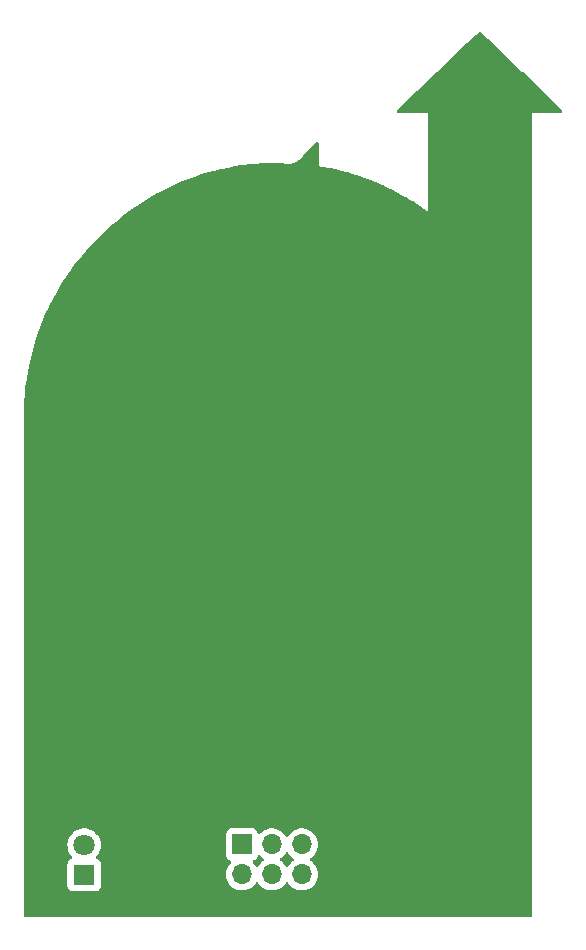
<source format=gbr>
G04 #@! TF.GenerationSoftware,KiCad,Pcbnew,(6.99.0-2452-gdb4f2d9dd8)*
G04 #@! TF.CreationDate,2022-08-02T18:55:21-05:00*
G04 #@! TF.ProjectId,AIAA,41494141-2e6b-4696-9361-645f70636258,rev?*
G04 #@! TF.SameCoordinates,Original*
G04 #@! TF.FileFunction,Copper,L1,Top*
G04 #@! TF.FilePolarity,Positive*
%FSLAX46Y46*%
G04 Gerber Fmt 4.6, Leading zero omitted, Abs format (unit mm)*
G04 Created by KiCad (PCBNEW (6.99.0-2452-gdb4f2d9dd8)) date 2022-08-02 18:55:21*
%MOMM*%
%LPD*%
G01*
G04 APERTURE LIST*
G04 #@! TA.AperFunction,ComponentPad*
%ADD10R,1.800000X1.800000*%
G04 #@! TD*
G04 #@! TA.AperFunction,ComponentPad*
%ADD11C,1.800000*%
G04 #@! TD*
G04 #@! TA.AperFunction,ComponentPad*
%ADD12R,1.700000X1.700000*%
G04 #@! TD*
G04 #@! TA.AperFunction,ComponentPad*
%ADD13O,1.700000X1.700000*%
G04 #@! TD*
G04 APERTURE END LIST*
D10*
X67399999Y-166499999D03*
D11*
X67400000Y-163960000D03*
D12*
X80759999Y-163929999D03*
D13*
X80759999Y-166469999D03*
X83299999Y-163929999D03*
X83299999Y-166469999D03*
X85839999Y-163929999D03*
X85839999Y-166469999D03*
G04 #@! TA.AperFunction,NonConductor*
G36*
X82283439Y-164841388D02*
G01*
X82315755Y-164866638D01*
X82336526Y-164889201D01*
X82376760Y-164932906D01*
X82380879Y-164936112D01*
X82533364Y-165054797D01*
X82554424Y-165071189D01*
X82573354Y-165081433D01*
X82587680Y-165089186D01*
X82638071Y-165139199D01*
X82653423Y-165208516D01*
X82628863Y-165275129D01*
X82587681Y-165310813D01*
X82554424Y-165328811D01*
X82550313Y-165332010D01*
X82550311Y-165332012D01*
X82395861Y-165452227D01*
X82376760Y-165467094D01*
X82373228Y-165470931D01*
X82227806Y-165628899D01*
X82227803Y-165628903D01*
X82224278Y-165632732D01*
X82221427Y-165637096D01*
X82135483Y-165768643D01*
X82081479Y-165814732D01*
X82011132Y-165824307D01*
X81946774Y-165794330D01*
X81924517Y-165768643D01*
X81838573Y-165637096D01*
X81835722Y-165632732D01*
X81832197Y-165628903D01*
X81832194Y-165628899D01*
X81692525Y-165477180D01*
X81661104Y-165413515D01*
X81669091Y-165342969D01*
X81713949Y-165287940D01*
X81741191Y-165273787D01*
X81856204Y-165230889D01*
X81868536Y-165221658D01*
X81966050Y-165148659D01*
X81973261Y-165143261D01*
X82029610Y-165067988D01*
X82055489Y-165033418D01*
X82055490Y-165033416D01*
X82060889Y-165026204D01*
X82104998Y-164907944D01*
X82147545Y-164851108D01*
X82214065Y-164826297D01*
X82283439Y-164841388D01*
G37*
G04 #@! TD.AperFunction*
G04 #@! TA.AperFunction,NonConductor*
G36*
X84653226Y-164605670D02*
G01*
X84675483Y-164631357D01*
X84764278Y-164767268D01*
X84767803Y-164771097D01*
X84767806Y-164771101D01*
X84832511Y-164841388D01*
X84916760Y-164932906D01*
X84920879Y-164936112D01*
X85073364Y-165054797D01*
X85094424Y-165071189D01*
X85113354Y-165081433D01*
X85127680Y-165089186D01*
X85178071Y-165139199D01*
X85193423Y-165208516D01*
X85168863Y-165275129D01*
X85127681Y-165310813D01*
X85094424Y-165328811D01*
X85090313Y-165332010D01*
X85090311Y-165332012D01*
X84935861Y-165452227D01*
X84916760Y-165467094D01*
X84913228Y-165470931D01*
X84767806Y-165628899D01*
X84767803Y-165628903D01*
X84764278Y-165632732D01*
X84761427Y-165637096D01*
X84675483Y-165768643D01*
X84621479Y-165814732D01*
X84551132Y-165824307D01*
X84486774Y-165794330D01*
X84464517Y-165768643D01*
X84378573Y-165637096D01*
X84375722Y-165632732D01*
X84372197Y-165628903D01*
X84372194Y-165628899D01*
X84226772Y-165470931D01*
X84223240Y-165467094D01*
X84204139Y-165452227D01*
X84049689Y-165332012D01*
X84049687Y-165332010D01*
X84045576Y-165328811D01*
X84012320Y-165310814D01*
X83961929Y-165260801D01*
X83946577Y-165191484D01*
X83971137Y-165124871D01*
X84012320Y-165089186D01*
X84026647Y-165081433D01*
X84045576Y-165071189D01*
X84066637Y-165054797D01*
X84219121Y-164936112D01*
X84223240Y-164932906D01*
X84307489Y-164841388D01*
X84372194Y-164771101D01*
X84372197Y-164771097D01*
X84375722Y-164767268D01*
X84464517Y-164631357D01*
X84518521Y-164585268D01*
X84588868Y-164575693D01*
X84653226Y-164605670D01*
G37*
G04 #@! TD.AperFunction*
G04 #@! TA.AperFunction,NonConductor*
G36*
X100948606Y-95152341D02*
G01*
X100983984Y-95175369D01*
X101197199Y-95372148D01*
X101198209Y-95373092D01*
X101980452Y-96113065D01*
X101981014Y-96113597D01*
X101981548Y-96114105D01*
X103127322Y-97210746D01*
X103127638Y-97211049D01*
X104517366Y-98550465D01*
X104516914Y-98550934D01*
X104517072Y-98551053D01*
X104517508Y-98550602D01*
X104536310Y-98568778D01*
X107866354Y-101787914D01*
X107901429Y-101849641D01*
X107897564Y-101920532D01*
X107855986Y-101978080D01*
X107789895Y-102004014D01*
X107780693Y-102004490D01*
X106693888Y-102020990D01*
X106693885Y-102020790D01*
X106693753Y-102020820D01*
X106693756Y-102020992D01*
X105301007Y-102042138D01*
X105300911Y-102042098D01*
X105300812Y-102042139D01*
X105300807Y-102042141D01*
X105300804Y-102042141D01*
X105300728Y-102042174D01*
X105300528Y-102042256D01*
X105300526Y-102042260D01*
X105300522Y-102042262D01*
X105300443Y-102042461D01*
X105300370Y-102042639D01*
X105300372Y-102042643D01*
X105300370Y-102042647D01*
X105300411Y-102042742D01*
X105292579Y-115473531D01*
X105292538Y-115473631D01*
X105292579Y-115473730D01*
X105292343Y-130935034D01*
X105292302Y-130935133D01*
X105292343Y-130935232D01*
X105292343Y-169973493D01*
X105272341Y-170041614D01*
X105218685Y-170088107D01*
X105166343Y-170099493D01*
X62439843Y-170099493D01*
X62371722Y-170079491D01*
X62325229Y-170025835D01*
X62313843Y-169973493D01*
X62313843Y-163960000D01*
X65986673Y-163960000D01*
X65987103Y-163965189D01*
X66002779Y-164154368D01*
X66005949Y-164192626D01*
X66007230Y-164197684D01*
X66007230Y-164197685D01*
X66052739Y-164377394D01*
X66063251Y-164418907D01*
X66157016Y-164632669D01*
X66159866Y-164637031D01*
X66159868Y-164637035D01*
X66244954Y-164767268D01*
X66284686Y-164828083D01*
X66288211Y-164831912D01*
X66288214Y-164831916D01*
X66328349Y-164875513D01*
X66369843Y-164920587D01*
X66401263Y-164984251D01*
X66393276Y-165054797D01*
X66348418Y-165109826D01*
X66321174Y-165123979D01*
X66262242Y-165145960D01*
X66262238Y-165145962D01*
X66253796Y-165149111D01*
X66136739Y-165236739D01*
X66131341Y-165243950D01*
X66067815Y-165328811D01*
X66049111Y-165353796D01*
X65998011Y-165490799D01*
X65991500Y-165551362D01*
X65991500Y-167448638D01*
X65998011Y-167509201D01*
X66049111Y-167646204D01*
X66136739Y-167763261D01*
X66253796Y-167850889D01*
X66390799Y-167901989D01*
X66427705Y-167905957D01*
X66448012Y-167908140D01*
X66448015Y-167908140D01*
X66451362Y-167908500D01*
X68348638Y-167908500D01*
X68351985Y-167908140D01*
X68351988Y-167908140D01*
X68372295Y-167905957D01*
X68409201Y-167901989D01*
X68546204Y-167850889D01*
X68663261Y-167763261D01*
X68750889Y-167646204D01*
X68801989Y-167509201D01*
X68808500Y-167448638D01*
X68808500Y-166470000D01*
X79396844Y-166470000D01*
X79415436Y-166694368D01*
X79470704Y-166912616D01*
X79561140Y-167118791D01*
X79563990Y-167123153D01*
X79563992Y-167123157D01*
X79578701Y-167145670D01*
X79684278Y-167307268D01*
X79687803Y-167311097D01*
X79687806Y-167311101D01*
X79789360Y-167421417D01*
X79836760Y-167472906D01*
X80014424Y-167611189D01*
X80212426Y-167718342D01*
X80425365Y-167791444D01*
X80430499Y-167792301D01*
X80430504Y-167792302D01*
X80642294Y-167827643D01*
X80642296Y-167827643D01*
X80647431Y-167828500D01*
X80872569Y-167828500D01*
X80877704Y-167827643D01*
X80877706Y-167827643D01*
X81089496Y-167792302D01*
X81089501Y-167792301D01*
X81094635Y-167791444D01*
X81307574Y-167718342D01*
X81505576Y-167611189D01*
X81683240Y-167472906D01*
X81730640Y-167421417D01*
X81832194Y-167311101D01*
X81832197Y-167311097D01*
X81835722Y-167307268D01*
X81924517Y-167171357D01*
X81978521Y-167125268D01*
X82048868Y-167115693D01*
X82113226Y-167145670D01*
X82135483Y-167171357D01*
X82224278Y-167307268D01*
X82227803Y-167311097D01*
X82227806Y-167311101D01*
X82329360Y-167421417D01*
X82376760Y-167472906D01*
X82554424Y-167611189D01*
X82752426Y-167718342D01*
X82965365Y-167791444D01*
X82970499Y-167792301D01*
X82970504Y-167792302D01*
X83182294Y-167827643D01*
X83182296Y-167827643D01*
X83187431Y-167828500D01*
X83412569Y-167828500D01*
X83417704Y-167827643D01*
X83417706Y-167827643D01*
X83629496Y-167792302D01*
X83629501Y-167792301D01*
X83634635Y-167791444D01*
X83847574Y-167718342D01*
X84045576Y-167611189D01*
X84223240Y-167472906D01*
X84270640Y-167421417D01*
X84372194Y-167311101D01*
X84372197Y-167311097D01*
X84375722Y-167307268D01*
X84464517Y-167171357D01*
X84518521Y-167125268D01*
X84588868Y-167115693D01*
X84653226Y-167145670D01*
X84675483Y-167171357D01*
X84764278Y-167307268D01*
X84767803Y-167311097D01*
X84767806Y-167311101D01*
X84869360Y-167421417D01*
X84916760Y-167472906D01*
X85094424Y-167611189D01*
X85292426Y-167718342D01*
X85505365Y-167791444D01*
X85510499Y-167792301D01*
X85510504Y-167792302D01*
X85722294Y-167827643D01*
X85722296Y-167827643D01*
X85727431Y-167828500D01*
X85952569Y-167828500D01*
X85957704Y-167827643D01*
X85957706Y-167827643D01*
X86169496Y-167792302D01*
X86169501Y-167792301D01*
X86174635Y-167791444D01*
X86387574Y-167718342D01*
X86585576Y-167611189D01*
X86763240Y-167472906D01*
X86810640Y-167421417D01*
X86912194Y-167311101D01*
X86912197Y-167311097D01*
X86915722Y-167307268D01*
X87021299Y-167145670D01*
X87036008Y-167123157D01*
X87036010Y-167123153D01*
X87038860Y-167118791D01*
X87129296Y-166912616D01*
X87184564Y-166694368D01*
X87203156Y-166470000D01*
X87184564Y-166245632D01*
X87129296Y-166027384D01*
X87038860Y-165821209D01*
X87034629Y-165814732D01*
X86918573Y-165637096D01*
X86915722Y-165632732D01*
X86912197Y-165628903D01*
X86912194Y-165628899D01*
X86766772Y-165470931D01*
X86763240Y-165467094D01*
X86744139Y-165452227D01*
X86589689Y-165332012D01*
X86589687Y-165332010D01*
X86585576Y-165328811D01*
X86552320Y-165310814D01*
X86501929Y-165260801D01*
X86486577Y-165191484D01*
X86511137Y-165124871D01*
X86552320Y-165089186D01*
X86566647Y-165081433D01*
X86585576Y-165071189D01*
X86606637Y-165054797D01*
X86759121Y-164936112D01*
X86763240Y-164932906D01*
X86847489Y-164841388D01*
X86912194Y-164771101D01*
X86912197Y-164771097D01*
X86915722Y-164767268D01*
X86946552Y-164720079D01*
X87036008Y-164583157D01*
X87036010Y-164583153D01*
X87038860Y-164578791D01*
X87129296Y-164372616D01*
X87184564Y-164154368D01*
X87203156Y-163930000D01*
X87201976Y-163915763D01*
X87184995Y-163710828D01*
X87184994Y-163710823D01*
X87184564Y-163705632D01*
X87129296Y-163487384D01*
X87098509Y-163417196D01*
X87040954Y-163285982D01*
X87040952Y-163285978D01*
X87038860Y-163281209D01*
X87034629Y-163274732D01*
X86918573Y-163097096D01*
X86915722Y-163092732D01*
X86912197Y-163088903D01*
X86912194Y-163088899D01*
X86766772Y-162930931D01*
X86763240Y-162927094D01*
X86585576Y-162788811D01*
X86387574Y-162681658D01*
X86174635Y-162608556D01*
X86169501Y-162607699D01*
X86169496Y-162607698D01*
X85957706Y-162572357D01*
X85957704Y-162572357D01*
X85952569Y-162571500D01*
X85727431Y-162571500D01*
X85722296Y-162572357D01*
X85722294Y-162572357D01*
X85510504Y-162607698D01*
X85510499Y-162607699D01*
X85505365Y-162608556D01*
X85292426Y-162681658D01*
X85094424Y-162788811D01*
X84916760Y-162927094D01*
X84913228Y-162930931D01*
X84767806Y-163088899D01*
X84767803Y-163088903D01*
X84764278Y-163092732D01*
X84761427Y-163097096D01*
X84675483Y-163228643D01*
X84621479Y-163274732D01*
X84551132Y-163284307D01*
X84486774Y-163254330D01*
X84464517Y-163228643D01*
X84378573Y-163097096D01*
X84375722Y-163092732D01*
X84372197Y-163088903D01*
X84372194Y-163088899D01*
X84226772Y-162930931D01*
X84223240Y-162927094D01*
X84045576Y-162788811D01*
X83847574Y-162681658D01*
X83634635Y-162608556D01*
X83629501Y-162607699D01*
X83629496Y-162607698D01*
X83417706Y-162572357D01*
X83417704Y-162572357D01*
X83412569Y-162571500D01*
X83187431Y-162571500D01*
X83182296Y-162572357D01*
X83182294Y-162572357D01*
X82970504Y-162607698D01*
X82970499Y-162607699D01*
X82965365Y-162608556D01*
X82752426Y-162681658D01*
X82554424Y-162788811D01*
X82376760Y-162927094D01*
X82373228Y-162930931D01*
X82315755Y-162993362D01*
X82254901Y-163029933D01*
X82183937Y-163027798D01*
X82125392Y-162987636D01*
X82104998Y-162952056D01*
X82064038Y-162842239D01*
X82064037Y-162842237D01*
X82060889Y-162833796D01*
X81973261Y-162716739D01*
X81908413Y-162668194D01*
X81863418Y-162634511D01*
X81863416Y-162634510D01*
X81856204Y-162629111D01*
X81719201Y-162578011D01*
X81682295Y-162574043D01*
X81661988Y-162571860D01*
X81661985Y-162571860D01*
X81658638Y-162571500D01*
X79861362Y-162571500D01*
X79858015Y-162571860D01*
X79858012Y-162571860D01*
X79837705Y-162574043D01*
X79800799Y-162578011D01*
X79663796Y-162629111D01*
X79656584Y-162634510D01*
X79656582Y-162634511D01*
X79611587Y-162668194D01*
X79546739Y-162716739D01*
X79459111Y-162833796D01*
X79408011Y-162970799D01*
X79401500Y-163031362D01*
X79401500Y-164828638D01*
X79408011Y-164889201D01*
X79459111Y-165026204D01*
X79464510Y-165033416D01*
X79464511Y-165033418D01*
X79490390Y-165067988D01*
X79546739Y-165143261D01*
X79553950Y-165148659D01*
X79651465Y-165221658D01*
X79663796Y-165230889D01*
X79778808Y-165273787D01*
X79835642Y-165316333D01*
X79860453Y-165382853D01*
X79845361Y-165452227D01*
X79827475Y-165477180D01*
X79687806Y-165628899D01*
X79687803Y-165628903D01*
X79684278Y-165632732D01*
X79681427Y-165637096D01*
X79565372Y-165814732D01*
X79561140Y-165821209D01*
X79470704Y-166027384D01*
X79415436Y-166245632D01*
X79396844Y-166470000D01*
X68808500Y-166470000D01*
X68808500Y-165551362D01*
X68801989Y-165490799D01*
X68750889Y-165353796D01*
X68732186Y-165328811D01*
X68668659Y-165243950D01*
X68663261Y-165236739D01*
X68546204Y-165149111D01*
X68537762Y-165145962D01*
X68537758Y-165145960D01*
X68478826Y-165123979D01*
X68421991Y-165081433D01*
X68397180Y-165014912D01*
X68412272Y-164945538D01*
X68430156Y-164920589D01*
X68471651Y-164875513D01*
X68511786Y-164831916D01*
X68511789Y-164831912D01*
X68515314Y-164828083D01*
X68555046Y-164767268D01*
X68640132Y-164637035D01*
X68640134Y-164637031D01*
X68642984Y-164632669D01*
X68736749Y-164418907D01*
X68747262Y-164377394D01*
X68792770Y-164197685D01*
X68792770Y-164197684D01*
X68794051Y-164192626D01*
X68797222Y-164154368D01*
X68812897Y-163965189D01*
X68813327Y-163960000D01*
X68794051Y-163727374D01*
X68736749Y-163501093D01*
X68711440Y-163443393D01*
X68645079Y-163292107D01*
X68642984Y-163287331D01*
X68638985Y-163281209D01*
X68546824Y-163140147D01*
X68515314Y-163091917D01*
X68511789Y-163088088D01*
X68511786Y-163088084D01*
X68360752Y-162924019D01*
X68357220Y-162920182D01*
X68353108Y-162916981D01*
X68353102Y-162916976D01*
X68177130Y-162780011D01*
X68177128Y-162780009D01*
X68173017Y-162776810D01*
X68062015Y-162716739D01*
X67972312Y-162668194D01*
X67972309Y-162668193D01*
X67967727Y-162665713D01*
X67746951Y-162589920D01*
X67741817Y-162589063D01*
X67741812Y-162589062D01*
X67521849Y-162552357D01*
X67521846Y-162552357D01*
X67516712Y-162551500D01*
X67283288Y-162551500D01*
X67278154Y-162552357D01*
X67278151Y-162552357D01*
X67058188Y-162589062D01*
X67058183Y-162589063D01*
X67053049Y-162589920D01*
X66832273Y-162665713D01*
X66827691Y-162668193D01*
X66827688Y-162668194D01*
X66737985Y-162716739D01*
X66626983Y-162776810D01*
X66622872Y-162780009D01*
X66622870Y-162780011D01*
X66446898Y-162916976D01*
X66446892Y-162916981D01*
X66442780Y-162920182D01*
X66439248Y-162924019D01*
X66288214Y-163088084D01*
X66288211Y-163088088D01*
X66284686Y-163091917D01*
X66253176Y-163140147D01*
X66161016Y-163281209D01*
X66157016Y-163287331D01*
X66154921Y-163292107D01*
X66088561Y-163443393D01*
X66063251Y-163501093D01*
X66005949Y-163727374D01*
X65986673Y-163960000D01*
X62313843Y-163960000D01*
X62313843Y-129243827D01*
X62313682Y-127852868D01*
X62313689Y-127851502D01*
X62325440Y-126755839D01*
X62325478Y-126753823D01*
X62337742Y-126294978D01*
X62337881Y-126291540D01*
X62355600Y-125963944D01*
X62356051Y-125958115D01*
X62428729Y-125236961D01*
X62429205Y-125232896D01*
X62524683Y-124518821D01*
X62525301Y-124514719D01*
X62643464Y-123808762D01*
X62644225Y-123804636D01*
X62785117Y-123106530D01*
X62786025Y-123102394D01*
X62949616Y-122412297D01*
X62950670Y-122408164D01*
X63136971Y-121726017D01*
X63138169Y-121721904D01*
X63347210Y-121047588D01*
X63348551Y-121043509D01*
X63580335Y-120377028D01*
X63581815Y-120372998D01*
X63836323Y-119714405D01*
X63837934Y-119710437D01*
X64115223Y-119059585D01*
X64116959Y-119055694D01*
X64417003Y-118412643D01*
X64418855Y-118408841D01*
X64448408Y-118350682D01*
X64741716Y-117773468D01*
X64743632Y-117769848D01*
X65089317Y-117142151D01*
X65091367Y-117138570D01*
X65459818Y-116518652D01*
X65461933Y-116515221D01*
X65853256Y-115902905D01*
X65855470Y-115899560D01*
X66269779Y-115294694D01*
X66270706Y-115293380D01*
X66270723Y-115293373D01*
X66270740Y-115293332D01*
X66271783Y-115291853D01*
X66567339Y-114885112D01*
X66569148Y-114882685D01*
X66875035Y-114482317D01*
X66876886Y-114479952D01*
X67192846Y-114086219D01*
X67194739Y-114083917D01*
X67520430Y-113697169D01*
X67522366Y-113694924D01*
X67857551Y-113315392D01*
X67859498Y-113313238D01*
X68203961Y-112941126D01*
X68205918Y-112939061D01*
X68559293Y-112574732D01*
X68561310Y-112572702D01*
X68923355Y-112216386D01*
X68925452Y-112214369D01*
X69295945Y-111866281D01*
X69298096Y-111864307D01*
X69676720Y-111524750D01*
X69678917Y-111522825D01*
X70065406Y-111192051D01*
X70067649Y-111190176D01*
X70461860Y-110868336D01*
X70464094Y-110866555D01*
X70865666Y-110553987D01*
X70867990Y-110552222D01*
X71182143Y-110319265D01*
X71276593Y-110249226D01*
X71278982Y-110247497D01*
X71694434Y-109954261D01*
X71696880Y-109952577D01*
X72118826Y-109669417D01*
X72120231Y-109668500D01*
X72120279Y-109668480D01*
X72120285Y-109668464D01*
X72121513Y-109667663D01*
X72609645Y-109357817D01*
X72612572Y-109356015D01*
X73107966Y-109060200D01*
X73110940Y-109058479D01*
X73613413Y-108776734D01*
X73616433Y-108775094D01*
X73616515Y-108775051D01*
X74125753Y-108507498D01*
X74128803Y-108505948D01*
X74644627Y-108252639D01*
X74647719Y-108251173D01*
X74648233Y-108250938D01*
X75169782Y-108012248D01*
X75172926Y-108010861D01*
X75700933Y-107786433D01*
X75704116Y-107785131D01*
X76229882Y-107578412D01*
X76237824Y-107575290D01*
X76241032Y-107574079D01*
X76241903Y-107573764D01*
X76397141Y-107517572D01*
X76780052Y-107378970D01*
X76783306Y-107377842D01*
X77119689Y-107266381D01*
X77327544Y-107197508D01*
X77330773Y-107196487D01*
X77652295Y-107099623D01*
X77879738Y-107031102D01*
X77883054Y-107030152D01*
X78436562Y-106879794D01*
X78439904Y-106878935D01*
X78997629Y-106743719D01*
X79000998Y-106742951D01*
X79562661Y-106622984D01*
X79566053Y-106622308D01*
X80131468Y-106517678D01*
X80134881Y-106517095D01*
X80703592Y-106427942D01*
X80707067Y-106427447D01*
X80982334Y-106392119D01*
X80984907Y-106391816D01*
X81281876Y-106359895D01*
X81284233Y-106359664D01*
X81872222Y-106307619D01*
X81874470Y-106307440D01*
X82517798Y-106262086D01*
X82517882Y-106262080D01*
X82517959Y-106262080D01*
X82517974Y-106262074D01*
X82517995Y-106262072D01*
X82666860Y-106251240D01*
X82669484Y-106251077D01*
X82842193Y-106242128D01*
X82844662Y-106242024D01*
X82964077Y-106238183D01*
X83073254Y-106234672D01*
X83076036Y-106234613D01*
X83352219Y-106231902D01*
X83354486Y-106231901D01*
X83416309Y-106232440D01*
X83507058Y-106233232D01*
X83508785Y-106233259D01*
X83670344Y-106236883D01*
X83672202Y-106236938D01*
X83822695Y-106242536D01*
X83841413Y-106243232D01*
X83843399Y-106243322D01*
X83863619Y-106244396D01*
X84019279Y-106252665D01*
X84021372Y-106252794D01*
X84202771Y-106265553D01*
X84204941Y-106265726D01*
X84380794Y-106281382D01*
X84391914Y-106282372D01*
X84391806Y-106283588D01*
X84391920Y-106283628D01*
X84392030Y-106282382D01*
X84392109Y-106282389D01*
X84391997Y-106283654D01*
X84392005Y-106283657D01*
X84392111Y-106282388D01*
X84438595Y-106286260D01*
X84501753Y-106291521D01*
X84501885Y-106291532D01*
X84501893Y-106291536D01*
X84501979Y-106291540D01*
X84502073Y-106291548D01*
X84501927Y-106293266D01*
X84501998Y-106293271D01*
X84502082Y-106291545D01*
X84605372Y-106296562D01*
X84605312Y-106297793D01*
X84605368Y-106297795D01*
X84605382Y-106296566D01*
X84605473Y-106296567D01*
X84605560Y-106296571D01*
X84605503Y-106297800D01*
X84605559Y-106297802D01*
X84605570Y-106296568D01*
X84702769Y-106297400D01*
X84702890Y-106297401D01*
X84702900Y-106297405D01*
X84702977Y-106297402D01*
X84703075Y-106297403D01*
X84703060Y-106298882D01*
X84703142Y-106298881D01*
X84703087Y-106297398D01*
X84794954Y-106293994D01*
X84794993Y-106295052D01*
X84795060Y-106295048D01*
X84794967Y-106293998D01*
X84795057Y-106293990D01*
X84795139Y-106293987D01*
X84795178Y-106295042D01*
X84795245Y-106295038D01*
X84795151Y-106293982D01*
X84882089Y-106286282D01*
X84882169Y-106287188D01*
X84882418Y-106287163D01*
X84882286Y-106286260D01*
X84964813Y-106274213D01*
X84965010Y-106275562D01*
X84965101Y-106275545D01*
X84964828Y-106274216D01*
X84964906Y-106274200D01*
X84964993Y-106274187D01*
X84965193Y-106275528D01*
X84965286Y-106275511D01*
X84965007Y-106274178D01*
X85043643Y-106257727D01*
X85043813Y-106258541D01*
X85044056Y-106258481D01*
X85043834Y-106257680D01*
X85119096Y-106236770D01*
X85119275Y-106237415D01*
X85119506Y-106237344D01*
X85119284Y-106236712D01*
X85191696Y-106211284D01*
X85192046Y-106212280D01*
X85192127Y-106212249D01*
X85191715Y-106211284D01*
X85191797Y-106211249D01*
X85191868Y-106211224D01*
X85192216Y-106212214D01*
X85192295Y-106212183D01*
X85191880Y-106211213D01*
X85261959Y-106181214D01*
X85262352Y-106182133D01*
X85262425Y-106182100D01*
X85261976Y-106181213D01*
X85262049Y-106181176D01*
X85262126Y-106181143D01*
X85262518Y-106182057D01*
X85262591Y-106182024D01*
X85262138Y-106181131D01*
X85330401Y-106146505D01*
X85330926Y-106147540D01*
X85331001Y-106147499D01*
X85330417Y-106146503D01*
X85330492Y-106146459D01*
X85330563Y-106146423D01*
X85331085Y-106147453D01*
X85331161Y-106147412D01*
X85330573Y-106146411D01*
X85397541Y-106107103D01*
X85398119Y-106108087D01*
X85398184Y-106108047D01*
X85397557Y-106107100D01*
X85397634Y-106107049D01*
X85397700Y-106107010D01*
X85398278Y-106107989D01*
X85398341Y-106107951D01*
X85397708Y-106107000D01*
X85463902Y-106062950D01*
X85464687Y-106064129D01*
X85464753Y-106064082D01*
X85463914Y-106062947D01*
X85463983Y-106062896D01*
X85464055Y-106062848D01*
X85464838Y-106064022D01*
X85464904Y-106063974D01*
X85464062Y-106062837D01*
X85529998Y-106013993D01*
X85530689Y-106014925D01*
X85530887Y-106014777D01*
X85530154Y-106013873D01*
X85596354Y-105960174D01*
X85597270Y-105961303D01*
X85597313Y-105961266D01*
X85596362Y-105960171D01*
X85596423Y-105960118D01*
X85596499Y-105960056D01*
X85597415Y-105961179D01*
X85597460Y-105961140D01*
X85596504Y-105960047D01*
X85663484Y-105901438D01*
X85664300Y-105902371D01*
X85664487Y-105902202D01*
X85663630Y-105901305D01*
X85802147Y-105769000D01*
X85803151Y-105770051D01*
X85803198Y-105770005D01*
X85802156Y-105768996D01*
X85802217Y-105768933D01*
X85802283Y-105768870D01*
X85803284Y-105769919D01*
X85803331Y-105769872D01*
X85802287Y-105768861D01*
X85950156Y-105616227D01*
X85951145Y-105617185D01*
X85951308Y-105617022D01*
X85950293Y-105616084D01*
X86290680Y-105248051D01*
X86290846Y-105247872D01*
X86491428Y-105031838D01*
X86492470Y-105030729D01*
X86718108Y-104793522D01*
X86719607Y-104791973D01*
X86752705Y-104758349D01*
X86975020Y-104532500D01*
X86976817Y-104530711D01*
X87055391Y-104454074D01*
X87118123Y-104420829D01*
X87188870Y-104426777D01*
X87245171Y-104470030D01*
X87269362Y-104543017D01*
X87274235Y-105031838D01*
X87277684Y-105377854D01*
X87273251Y-105377898D01*
X87273240Y-105378117D01*
X87277687Y-105378057D01*
X87288553Y-106177094D01*
X87284010Y-106177156D01*
X87284008Y-106177202D01*
X87288555Y-106177098D01*
X87293475Y-106392119D01*
X87294118Y-106420239D01*
X87294087Y-106420353D01*
X87294120Y-106420352D01*
X87294122Y-106420443D01*
X87294063Y-106420444D01*
X87294060Y-106420454D01*
X87294125Y-106420451D01*
X87298844Y-106509906D01*
X87298816Y-106509953D01*
X87298826Y-106509992D01*
X87298810Y-106510031D01*
X87298856Y-106510143D01*
X87298857Y-106510157D01*
X87298879Y-106510203D01*
X87298917Y-106510355D01*
X87298952Y-106510376D01*
X87298968Y-106510414D01*
X87298982Y-106510420D01*
X87298989Y-106510434D01*
X87299139Y-106510487D01*
X87299181Y-106510512D01*
X87299219Y-106510518D01*
X87299252Y-106510531D01*
X87299264Y-106510531D01*
X87299380Y-106510572D01*
X87299430Y-106510548D01*
X87310516Y-106512157D01*
X87368184Y-106520526D01*
X87452431Y-106532753D01*
X87455444Y-106533228D01*
X87663332Y-106568599D01*
X87665483Y-106568986D01*
X88188483Y-106667783D01*
X88190502Y-106668181D01*
X88336796Y-106698330D01*
X88747502Y-106782972D01*
X88749236Y-106783343D01*
X88936035Y-106824588D01*
X88996400Y-106837917D01*
X88999810Y-106838670D01*
X89001574Y-106839072D01*
X89212637Y-106888865D01*
X89215541Y-106889587D01*
X89645253Y-107001800D01*
X89648349Y-107002651D01*
X89746953Y-107031102D01*
X90079820Y-107127147D01*
X90081556Y-107127648D01*
X90084500Y-107128536D01*
X90520478Y-107265943D01*
X90523295Y-107266868D01*
X90797680Y-107360498D01*
X90960859Y-107416181D01*
X90963532Y-107417127D01*
X91169574Y-107492725D01*
X91401783Y-107577925D01*
X91404405Y-107578920D01*
X91842259Y-107750723D01*
X91844810Y-107751756D01*
X92152733Y-107880408D01*
X92281227Y-107934093D01*
X92283687Y-107935152D01*
X92457571Y-108012249D01*
X92717685Y-108127579D01*
X92720143Y-108128700D01*
X93150750Y-108330775D01*
X93153163Y-108331939D01*
X93579227Y-108543134D01*
X93581646Y-108544366D01*
X94002181Y-108764229D01*
X94004600Y-108765527D01*
X94418665Y-108993629D01*
X94421081Y-108994996D01*
X94827583Y-109230832D01*
X94830000Y-109232270D01*
X95014992Y-109345283D01*
X95227982Y-109475401D01*
X95230477Y-109476966D01*
X95618829Y-109726864D01*
X95621325Y-109728512D01*
X95998607Y-109984411D01*
X95998648Y-109984449D01*
X95998801Y-109984543D01*
X95999886Y-109985279D01*
X95999914Y-109985298D01*
X96000348Y-109985595D01*
X96000368Y-109985645D01*
X96000502Y-109985701D01*
X96000793Y-109985900D01*
X96187780Y-110115138D01*
X96187437Y-110115634D01*
X96187608Y-110115745D01*
X96187944Y-110115250D01*
X96344033Y-110221206D01*
X96342398Y-110223615D01*
X96342431Y-110223638D01*
X96344034Y-110221208D01*
X96344081Y-110221239D01*
X96344193Y-110221315D01*
X96342556Y-110223728D01*
X96342592Y-110223754D01*
X96344198Y-110221316D01*
X96452821Y-110292876D01*
X96451662Y-110294635D01*
X96451712Y-110294666D01*
X96452826Y-110292883D01*
X96452922Y-110292943D01*
X96452982Y-110292982D01*
X96451836Y-110294744D01*
X96451880Y-110294772D01*
X96452988Y-110292983D01*
X96484338Y-110312409D01*
X96484148Y-110312716D01*
X96484345Y-110312827D01*
X96484508Y-110312504D01*
X96487389Y-110313957D01*
X96487391Y-110313957D01*
X96497773Y-110319191D01*
X96497778Y-110319205D01*
X96497783Y-110319207D01*
X96497786Y-110319214D01*
X96497960Y-110319286D01*
X96498032Y-110319322D01*
X96498046Y-110319323D01*
X96498157Y-110319372D01*
X96498245Y-110319338D01*
X96498339Y-110319345D01*
X96498431Y-110319265D01*
X96498543Y-110319222D01*
X96498545Y-110319217D01*
X96498552Y-110319214D01*
X96498586Y-110319132D01*
X96498652Y-110319075D01*
X96498661Y-110318955D01*
X96498667Y-110318941D01*
X96498667Y-110318935D01*
X96498710Y-110318831D01*
X96498676Y-110318749D01*
X96498683Y-110318661D01*
X96498673Y-110318650D01*
X96498765Y-110314499D01*
X96505879Y-109991626D01*
X96508160Y-109991676D01*
X96508159Y-109991653D01*
X96505880Y-109991623D01*
X96505881Y-109991546D01*
X96505883Y-109991433D01*
X96508154Y-109991473D01*
X96508153Y-109991444D01*
X96505881Y-109991429D01*
X96511788Y-109100234D01*
X96516563Y-109100266D01*
X96516565Y-109100241D01*
X96511787Y-109100232D01*
X96511986Y-108993378D01*
X96517243Y-106170836D01*
X96517284Y-106170737D01*
X96517243Y-106170637D01*
X96517243Y-102022743D01*
X96517284Y-102022646D01*
X96517283Y-102022644D01*
X96517284Y-102022642D01*
X96517209Y-102022460D01*
X96517129Y-102022262D01*
X96517127Y-102022261D01*
X96517126Y-102022259D01*
X96516908Y-102022169D01*
X96516846Y-102022143D01*
X96516845Y-102022143D01*
X96516743Y-102022101D01*
X96516645Y-102022141D01*
X95113328Y-102010993D01*
X95113350Y-102008237D01*
X95113281Y-102008248D01*
X95113259Y-102010992D01*
X95113133Y-102010991D01*
X95094905Y-102010846D01*
X94018879Y-102002298D01*
X93950921Y-101981756D01*
X93904856Y-101927733D01*
X93895310Y-101857381D01*
X93925314Y-101793036D01*
X93932277Y-101785740D01*
X97258967Y-98567715D01*
X97276524Y-98550731D01*
X97276880Y-98550545D01*
X97276802Y-98550464D01*
X99810905Y-96114153D01*
X99811613Y-96113478D01*
X100593182Y-95373663D01*
X100595428Y-95371588D01*
X100814159Y-95174382D01*
X100878147Y-95143623D01*
X100948606Y-95152341D01*
G37*
G04 #@! TD.AperFunction*
M02*

</source>
